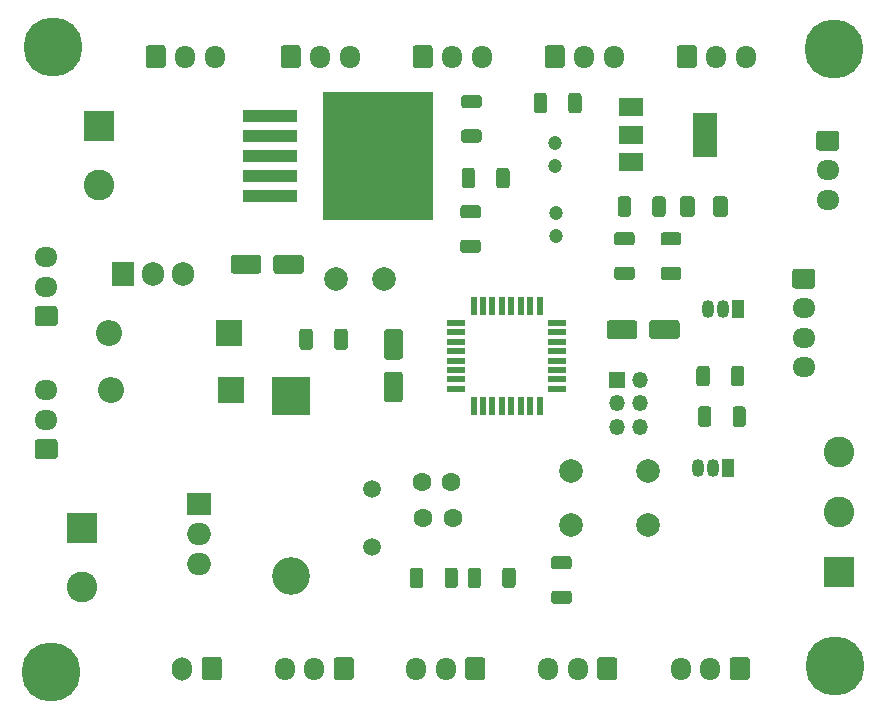
<source format=gbr>
%TF.GenerationSoftware,KiCad,Pcbnew,(5.1.8)-1*%
%TF.CreationDate,2021-09-09T16:11:34+01:00*%
%TF.ProjectId,OSC21,4f534332-312e-46b6-9963-61645f706362,rev?*%
%TF.SameCoordinates,Original*%
%TF.FileFunction,Soldermask,Top*%
%TF.FilePolarity,Negative*%
%FSLAX46Y46*%
G04 Gerber Fmt 4.6, Leading zero omitted, Abs format (unit mm)*
G04 Created by KiCad (PCBNEW (5.1.8)-1) date 2021-09-09 16:11:34*
%MOMM*%
%LPD*%
G01*
G04 APERTURE LIST*
%ADD10O,1.950000X1.700000*%
%ADD11C,2.600000*%
%ADD12R,2.600000X2.600000*%
%ADD13O,1.700000X1.950000*%
%ADD14C,1.600000*%
%ADD15C,1.500000*%
%ADD16R,2.000000X1.500000*%
%ADD17R,2.000000X3.800000*%
%ADD18R,9.400000X10.800000*%
%ADD19R,4.600000X1.100000*%
%ADD20R,0.550000X1.600000*%
%ADD21R,1.600000X0.550000*%
%ADD22C,2.000000*%
%ADD23R,1.050000X1.500000*%
%ADD24O,1.050000X1.500000*%
%ADD25O,2.000000X1.905000*%
%ADD26R,2.000000X1.905000*%
%ADD27O,1.905000X2.000000*%
%ADD28R,1.905000X2.000000*%
%ADD29O,1.700000X2.000000*%
%ADD30O,1.350000X1.350000*%
%ADD31R,1.350000X1.350000*%
%ADD32C,5.000000*%
%ADD33O,3.200000X3.200000*%
%ADD34R,3.200000X3.200000*%
%ADD35O,2.200000X2.200000*%
%ADD36R,2.200000X2.200000*%
%ADD37C,1.200000*%
G04 APERTURE END LIST*
D10*
%TO.C,DIGITAL3*%
X124206000Y-97893500D03*
X124206000Y-100393500D03*
G36*
G01*
X124931000Y-103743500D02*
X123481000Y-103743500D01*
G75*
G02*
X123231000Y-103493500I0J250000D01*
G01*
X123231000Y-102293500D01*
G75*
G02*
X123481000Y-102043500I250000J0D01*
G01*
X124931000Y-102043500D01*
G75*
G02*
X125181000Y-102293500I0J-250000D01*
G01*
X125181000Y-103493500D01*
G75*
G02*
X124931000Y-103743500I-250000J0D01*
G01*
G37*
%TD*%
D11*
%TO.C,PWM2*%
X191325500Y-103124000D03*
X191325500Y-108204000D03*
D12*
X191325500Y-113284000D03*
%TD*%
D13*
%TO.C,PWM1*%
X177943500Y-121475500D03*
X180443500Y-121475500D03*
G36*
G01*
X183793500Y-120750500D02*
X183793500Y-122200500D01*
G75*
G02*
X183543500Y-122450500I-250000J0D01*
G01*
X182343500Y-122450500D01*
G75*
G02*
X182093500Y-122200500I0J250000D01*
G01*
X182093500Y-120750500D01*
G75*
G02*
X182343500Y-120500500I250000J0D01*
G01*
X183543500Y-120500500D01*
G75*
G02*
X183793500Y-120750500I0J-250000D01*
G01*
G37*
%TD*%
D11*
%TO.C,J1*%
X128714500Y-80565000D03*
D12*
X128714500Y-75565000D03*
%TD*%
D13*
%TO.C,DIGITAL2*%
X166704000Y-121475500D03*
X169204000Y-121475500D03*
G36*
G01*
X172554000Y-120750500D02*
X172554000Y-122200500D01*
G75*
G02*
X172304000Y-122450500I-250000J0D01*
G01*
X171104000Y-122450500D01*
G75*
G02*
X170854000Y-122200500I0J250000D01*
G01*
X170854000Y-120750500D01*
G75*
G02*
X171104000Y-120500500I250000J0D01*
G01*
X172304000Y-120500500D01*
G75*
G02*
X172554000Y-120750500I0J-250000D01*
G01*
G37*
%TD*%
D14*
%TO.C,C2*%
X158646500Y-108712000D03*
X156146500Y-108712000D03*
%TD*%
%TO.C,C1*%
X158519500Y-105664000D03*
X156019500Y-105664000D03*
%TD*%
D15*
%TO.C,Y1*%
X151828500Y-111179000D03*
X151828500Y-106299000D03*
%TD*%
D16*
%TO.C,U4*%
X173697500Y-73963500D03*
X173697500Y-78563500D03*
X173697500Y-76263500D03*
D17*
X179997500Y-76263500D03*
%TD*%
D18*
%TO.C,U2*%
X152324500Y-78060500D03*
D19*
X143174500Y-81460500D03*
X143174500Y-79760500D03*
X143174500Y-78060500D03*
X143174500Y-76360500D03*
X143174500Y-74660500D03*
%TD*%
D20*
%TO.C,U1*%
X160395000Y-90746000D03*
X161195000Y-90746000D03*
X161995000Y-90746000D03*
X162795000Y-90746000D03*
X163595000Y-90746000D03*
X164395000Y-90746000D03*
X165195000Y-90746000D03*
X165995000Y-90746000D03*
D21*
X167445000Y-92196000D03*
X167445000Y-92996000D03*
X167445000Y-93796000D03*
X167445000Y-94596000D03*
X167445000Y-95396000D03*
X167445000Y-96196000D03*
X167445000Y-96996000D03*
X167445000Y-97796000D03*
D20*
X165995000Y-99246000D03*
X165195000Y-99246000D03*
X164395000Y-99246000D03*
X163595000Y-99246000D03*
X162795000Y-99246000D03*
X161995000Y-99246000D03*
X161195000Y-99246000D03*
X160395000Y-99246000D03*
D21*
X158945000Y-97796000D03*
X158945000Y-96996000D03*
X158945000Y-96196000D03*
X158945000Y-95396000D03*
X158945000Y-94596000D03*
X158945000Y-93796000D03*
X158945000Y-92996000D03*
X158945000Y-92196000D03*
%TD*%
D22*
%TO.C,SW1*%
X175156000Y-104775000D03*
X175156000Y-109275000D03*
X168656000Y-104775000D03*
X168656000Y-109275000D03*
%TD*%
%TO.C,R12*%
G36*
G01*
X159521998Y-85164500D02*
X160772002Y-85164500D01*
G75*
G02*
X161022000Y-85414498I0J-249998D01*
G01*
X161022000Y-86039502D01*
G75*
G02*
X160772002Y-86289500I-249998J0D01*
G01*
X159521998Y-86289500D01*
G75*
G02*
X159272000Y-86039502I0J249998D01*
G01*
X159272000Y-85414498D01*
G75*
G02*
X159521998Y-85164500I249998J0D01*
G01*
G37*
G36*
G01*
X159521998Y-82239500D02*
X160772002Y-82239500D01*
G75*
G02*
X161022000Y-82489498I0J-249998D01*
G01*
X161022000Y-83114502D01*
G75*
G02*
X160772002Y-83364500I-249998J0D01*
G01*
X159521998Y-83364500D01*
G75*
G02*
X159272000Y-83114502I0J249998D01*
G01*
X159272000Y-82489498D01*
G75*
G02*
X159521998Y-82239500I249998J0D01*
G01*
G37*
%TD*%
%TO.C,R11*%
G36*
G01*
X162317000Y-80571502D02*
X162317000Y-79321498D01*
G75*
G02*
X162566998Y-79071500I249998J0D01*
G01*
X163192002Y-79071500D01*
G75*
G02*
X163442000Y-79321498I0J-249998D01*
G01*
X163442000Y-80571502D01*
G75*
G02*
X163192002Y-80821500I-249998J0D01*
G01*
X162566998Y-80821500D01*
G75*
G02*
X162317000Y-80571502I0J249998D01*
G01*
G37*
G36*
G01*
X159392000Y-80571502D02*
X159392000Y-79321498D01*
G75*
G02*
X159641998Y-79071500I249998J0D01*
G01*
X160267002Y-79071500D01*
G75*
G02*
X160517000Y-79321498I0J-249998D01*
G01*
X160517000Y-80571502D01*
G75*
G02*
X160267002Y-80821500I-249998J0D01*
G01*
X159641998Y-80821500D01*
G75*
G02*
X159392000Y-80571502I0J249998D01*
G01*
G37*
%TD*%
%TO.C,R10*%
G36*
G01*
X177726502Y-85650500D02*
X176476498Y-85650500D01*
G75*
G02*
X176226500Y-85400502I0J249998D01*
G01*
X176226500Y-84775498D01*
G75*
G02*
X176476498Y-84525500I249998J0D01*
G01*
X177726502Y-84525500D01*
G75*
G02*
X177976500Y-84775498I0J-249998D01*
G01*
X177976500Y-85400502D01*
G75*
G02*
X177726502Y-85650500I-249998J0D01*
G01*
G37*
G36*
G01*
X177726502Y-88575500D02*
X176476498Y-88575500D01*
G75*
G02*
X176226500Y-88325502I0J249998D01*
G01*
X176226500Y-87700498D01*
G75*
G02*
X176476498Y-87450500I249998J0D01*
G01*
X177726502Y-87450500D01*
G75*
G02*
X177976500Y-87700498I0J-249998D01*
G01*
X177976500Y-88325502D01*
G75*
G02*
X177726502Y-88575500I-249998J0D01*
G01*
G37*
%TD*%
%TO.C,R9*%
G36*
G01*
X180519500Y-99514498D02*
X180519500Y-100764502D01*
G75*
G02*
X180269502Y-101014500I-249998J0D01*
G01*
X179644498Y-101014500D01*
G75*
G02*
X179394500Y-100764502I0J249998D01*
G01*
X179394500Y-99514498D01*
G75*
G02*
X179644498Y-99264500I249998J0D01*
G01*
X180269502Y-99264500D01*
G75*
G02*
X180519500Y-99514498I0J-249998D01*
G01*
G37*
G36*
G01*
X183444500Y-99514498D02*
X183444500Y-100764502D01*
G75*
G02*
X183194502Y-101014500I-249998J0D01*
G01*
X182569498Y-101014500D01*
G75*
G02*
X182319500Y-100764502I0J249998D01*
G01*
X182319500Y-99514498D01*
G75*
G02*
X182569498Y-99264500I249998J0D01*
G01*
X183194502Y-99264500D01*
G75*
G02*
X183444500Y-99514498I0J-249998D01*
G01*
G37*
%TD*%
%TO.C,R8*%
G36*
G01*
X173789502Y-85650500D02*
X172539498Y-85650500D01*
G75*
G02*
X172289500Y-85400502I0J249998D01*
G01*
X172289500Y-84775498D01*
G75*
G02*
X172539498Y-84525500I249998J0D01*
G01*
X173789502Y-84525500D01*
G75*
G02*
X174039500Y-84775498I0J-249998D01*
G01*
X174039500Y-85400502D01*
G75*
G02*
X173789502Y-85650500I-249998J0D01*
G01*
G37*
G36*
G01*
X173789502Y-88575500D02*
X172539498Y-88575500D01*
G75*
G02*
X172289500Y-88325502I0J249998D01*
G01*
X172289500Y-87700498D01*
G75*
G02*
X172539498Y-87450500I249998J0D01*
G01*
X173789502Y-87450500D01*
G75*
G02*
X174039500Y-87700498I0J-249998D01*
G01*
X174039500Y-88325502D01*
G75*
G02*
X173789502Y-88575500I-249998J0D01*
G01*
G37*
%TD*%
%TO.C,R7*%
G36*
G01*
X173727000Y-81734498D02*
X173727000Y-82984502D01*
G75*
G02*
X173477002Y-83234500I-249998J0D01*
G01*
X172851998Y-83234500D01*
G75*
G02*
X172602000Y-82984502I0J249998D01*
G01*
X172602000Y-81734498D01*
G75*
G02*
X172851998Y-81484500I249998J0D01*
G01*
X173477002Y-81484500D01*
G75*
G02*
X173727000Y-81734498I0J-249998D01*
G01*
G37*
G36*
G01*
X176652000Y-81734498D02*
X176652000Y-82984502D01*
G75*
G02*
X176402002Y-83234500I-249998J0D01*
G01*
X175776998Y-83234500D01*
G75*
G02*
X175527000Y-82984502I0J249998D01*
G01*
X175527000Y-81734498D01*
G75*
G02*
X175776998Y-81484500I249998J0D01*
G01*
X176402002Y-81484500D01*
G75*
G02*
X176652000Y-81734498I0J-249998D01*
G01*
G37*
%TD*%
%TO.C,R6*%
G36*
G01*
X159585498Y-75828000D02*
X160835502Y-75828000D01*
G75*
G02*
X161085500Y-76077998I0J-249998D01*
G01*
X161085500Y-76703002D01*
G75*
G02*
X160835502Y-76953000I-249998J0D01*
G01*
X159585498Y-76953000D01*
G75*
G02*
X159335500Y-76703002I0J249998D01*
G01*
X159335500Y-76077998D01*
G75*
G02*
X159585498Y-75828000I249998J0D01*
G01*
G37*
G36*
G01*
X159585498Y-72903000D02*
X160835502Y-72903000D01*
G75*
G02*
X161085500Y-73152998I0J-249998D01*
G01*
X161085500Y-73778002D01*
G75*
G02*
X160835502Y-74028000I-249998J0D01*
G01*
X159585498Y-74028000D01*
G75*
G02*
X159335500Y-73778002I0J249998D01*
G01*
X159335500Y-73152998D01*
G75*
G02*
X159585498Y-72903000I249998J0D01*
G01*
G37*
%TD*%
%TO.C,R5*%
G36*
G01*
X166613000Y-72971498D02*
X166613000Y-74221502D01*
G75*
G02*
X166363002Y-74471500I-249998J0D01*
G01*
X165737998Y-74471500D01*
G75*
G02*
X165488000Y-74221502I0J249998D01*
G01*
X165488000Y-72971498D01*
G75*
G02*
X165737998Y-72721500I249998J0D01*
G01*
X166363002Y-72721500D01*
G75*
G02*
X166613000Y-72971498I0J-249998D01*
G01*
G37*
G36*
G01*
X169538000Y-72971498D02*
X169538000Y-74221502D01*
G75*
G02*
X169288002Y-74471500I-249998J0D01*
G01*
X168662998Y-74471500D01*
G75*
G02*
X168413000Y-74221502I0J249998D01*
G01*
X168413000Y-72971498D01*
G75*
G02*
X168662998Y-72721500I249998J0D01*
G01*
X169288002Y-72721500D01*
G75*
G02*
X169538000Y-72971498I0J-249998D01*
G01*
G37*
%TD*%
%TO.C,R4*%
G36*
G01*
X162825000Y-114417002D02*
X162825000Y-113166998D01*
G75*
G02*
X163074998Y-112917000I249998J0D01*
G01*
X163700002Y-112917000D01*
G75*
G02*
X163950000Y-113166998I0J-249998D01*
G01*
X163950000Y-114417002D01*
G75*
G02*
X163700002Y-114667000I-249998J0D01*
G01*
X163074998Y-114667000D01*
G75*
G02*
X162825000Y-114417002I0J249998D01*
G01*
G37*
G36*
G01*
X159900000Y-114417002D02*
X159900000Y-113166998D01*
G75*
G02*
X160149998Y-112917000I249998J0D01*
G01*
X160775002Y-112917000D01*
G75*
G02*
X161025000Y-113166998I0J-249998D01*
G01*
X161025000Y-114417002D01*
G75*
G02*
X160775002Y-114667000I-249998J0D01*
G01*
X160149998Y-114667000D01*
G75*
G02*
X159900000Y-114417002I0J249998D01*
G01*
G37*
%TD*%
%TO.C,R3*%
G36*
G01*
X157935500Y-114417002D02*
X157935500Y-113166998D01*
G75*
G02*
X158185498Y-112917000I249998J0D01*
G01*
X158810502Y-112917000D01*
G75*
G02*
X159060500Y-113166998I0J-249998D01*
G01*
X159060500Y-114417002D01*
G75*
G02*
X158810502Y-114667000I-249998J0D01*
G01*
X158185498Y-114667000D01*
G75*
G02*
X157935500Y-114417002I0J249998D01*
G01*
G37*
G36*
G01*
X155010500Y-114417002D02*
X155010500Y-113166998D01*
G75*
G02*
X155260498Y-112917000I249998J0D01*
G01*
X155885502Y-112917000D01*
G75*
G02*
X156135500Y-113166998I0J-249998D01*
G01*
X156135500Y-114417002D01*
G75*
G02*
X155885502Y-114667000I-249998J0D01*
G01*
X155260498Y-114667000D01*
G75*
G02*
X155010500Y-114417002I0J249998D01*
G01*
G37*
%TD*%
%TO.C,R2*%
G36*
G01*
X180392500Y-96085498D02*
X180392500Y-97335502D01*
G75*
G02*
X180142502Y-97585500I-249998J0D01*
G01*
X179517498Y-97585500D01*
G75*
G02*
X179267500Y-97335502I0J249998D01*
G01*
X179267500Y-96085498D01*
G75*
G02*
X179517498Y-95835500I249998J0D01*
G01*
X180142502Y-95835500D01*
G75*
G02*
X180392500Y-96085498I0J-249998D01*
G01*
G37*
G36*
G01*
X183317500Y-96085498D02*
X183317500Y-97335502D01*
G75*
G02*
X183067502Y-97585500I-249998J0D01*
G01*
X182442498Y-97585500D01*
G75*
G02*
X182192500Y-97335502I0J249998D01*
G01*
X182192500Y-96085498D01*
G75*
G02*
X182442498Y-95835500I249998J0D01*
G01*
X183067502Y-95835500D01*
G75*
G02*
X183317500Y-96085498I0J-249998D01*
G01*
G37*
%TD*%
%TO.C,R1*%
G36*
G01*
X168455502Y-113082500D02*
X167205498Y-113082500D01*
G75*
G02*
X166955500Y-112832502I0J249998D01*
G01*
X166955500Y-112207498D01*
G75*
G02*
X167205498Y-111957500I249998J0D01*
G01*
X168455502Y-111957500D01*
G75*
G02*
X168705500Y-112207498I0J-249998D01*
G01*
X168705500Y-112832502D01*
G75*
G02*
X168455502Y-113082500I-249998J0D01*
G01*
G37*
G36*
G01*
X168455502Y-116007500D02*
X167205498Y-116007500D01*
G75*
G02*
X166955500Y-115757502I0J249998D01*
G01*
X166955500Y-115132498D01*
G75*
G02*
X167205498Y-114882500I249998J0D01*
G01*
X168455502Y-114882500D01*
G75*
G02*
X168705500Y-115132498I0J-249998D01*
G01*
X168705500Y-115757502D01*
G75*
G02*
X168455502Y-116007500I-249998J0D01*
G01*
G37*
%TD*%
D23*
%TO.C,Q4*%
X181927500Y-104521000D03*
D24*
X179387500Y-104521000D03*
X180657500Y-104521000D03*
%TD*%
D23*
%TO.C,Q3*%
X182753000Y-90995500D03*
D24*
X180213000Y-90995500D03*
X181483000Y-90995500D03*
%TD*%
D25*
%TO.C,Q2*%
X137160000Y-112649000D03*
X137160000Y-110109000D03*
D26*
X137160000Y-107569000D03*
%TD*%
D27*
%TO.C,Q1*%
X135826500Y-88074500D03*
X133286500Y-88074500D03*
D28*
X130746500Y-88074500D03*
%TD*%
D22*
%TO.C,L1*%
X152780500Y-88519000D03*
X148780500Y-88519000D03*
%TD*%
D13*
%TO.C,ANALOG4*%
X149907000Y-69659500D03*
X147407000Y-69659500D03*
G36*
G01*
X144057000Y-70384500D02*
X144057000Y-68934500D01*
G75*
G02*
X144307000Y-68684500I250000J0D01*
G01*
X145507000Y-68684500D01*
G75*
G02*
X145757000Y-68934500I0J-250000D01*
G01*
X145757000Y-70384500D01*
G75*
G02*
X145507000Y-70634500I-250000J0D01*
G01*
X144307000Y-70634500D01*
G75*
G02*
X144057000Y-70384500I0J250000D01*
G01*
G37*
%TD*%
%TO.C,ANALOG3*%
X161083000Y-69659500D03*
X158583000Y-69659500D03*
G36*
G01*
X155233000Y-70384500D02*
X155233000Y-68934500D01*
G75*
G02*
X155483000Y-68684500I250000J0D01*
G01*
X156683000Y-68684500D01*
G75*
G02*
X156933000Y-68934500I0J-250000D01*
G01*
X156933000Y-70384500D01*
G75*
G02*
X156683000Y-70634500I-250000J0D01*
G01*
X155483000Y-70634500D01*
G75*
G02*
X155233000Y-70384500I0J250000D01*
G01*
G37*
%TD*%
%TO.C,DIGITAL4*%
X155528000Y-121475500D03*
X158028000Y-121475500D03*
G36*
G01*
X161378000Y-120750500D02*
X161378000Y-122200500D01*
G75*
G02*
X161128000Y-122450500I-250000J0D01*
G01*
X159928000Y-122450500D01*
G75*
G02*
X159678000Y-122200500I0J250000D01*
G01*
X159678000Y-120750500D01*
G75*
G02*
X159928000Y-120500500I250000J0D01*
G01*
X161128000Y-120500500D01*
G75*
G02*
X161378000Y-120750500I0J-250000D01*
G01*
G37*
%TD*%
%TO.C,DIGITAL1*%
X138477000Y-69659500D03*
X135977000Y-69659500D03*
G36*
G01*
X132627000Y-70384500D02*
X132627000Y-68934500D01*
G75*
G02*
X132877000Y-68684500I250000J0D01*
G01*
X134077000Y-68684500D01*
G75*
G02*
X134327000Y-68934500I0J-250000D01*
G01*
X134327000Y-70384500D01*
G75*
G02*
X134077000Y-70634500I-250000J0D01*
G01*
X132877000Y-70634500D01*
G75*
G02*
X132627000Y-70384500I0J250000D01*
G01*
G37*
%TD*%
%TO.C,ANALOG2*%
X183451500Y-69659500D03*
X180951500Y-69659500D03*
G36*
G01*
X177601500Y-70384500D02*
X177601500Y-68934500D01*
G75*
G02*
X177851500Y-68684500I250000J0D01*
G01*
X179051500Y-68684500D01*
G75*
G02*
X179301500Y-68934500I0J-250000D01*
G01*
X179301500Y-70384500D01*
G75*
G02*
X179051500Y-70634500I-250000J0D01*
G01*
X177851500Y-70634500D01*
G75*
G02*
X177601500Y-70384500I0J250000D01*
G01*
G37*
%TD*%
%TO.C,ANALOG1*%
X172259000Y-69659500D03*
X169759000Y-69659500D03*
G36*
G01*
X166409000Y-70384500D02*
X166409000Y-68934500D01*
G75*
G02*
X166659000Y-68684500I250000J0D01*
G01*
X167859000Y-68684500D01*
G75*
G02*
X168109000Y-68934500I0J-250000D01*
G01*
X168109000Y-70384500D01*
G75*
G02*
X167859000Y-70634500I-250000J0D01*
G01*
X166659000Y-70634500D01*
G75*
G02*
X166409000Y-70384500I0J250000D01*
G01*
G37*
%TD*%
%TO.C,PWM4*%
X144415500Y-121475500D03*
X146915500Y-121475500D03*
G36*
G01*
X150265500Y-120750500D02*
X150265500Y-122200500D01*
G75*
G02*
X150015500Y-122450500I-250000J0D01*
G01*
X148815500Y-122450500D01*
G75*
G02*
X148565500Y-122200500I0J250000D01*
G01*
X148565500Y-120750500D01*
G75*
G02*
X148815500Y-120500500I250000J0D01*
G01*
X150015500Y-120500500D01*
G75*
G02*
X150265500Y-120750500I0J-250000D01*
G01*
G37*
%TD*%
D10*
%TO.C,PWM3*%
X124206000Y-86630500D03*
X124206000Y-89130500D03*
G36*
G01*
X124931000Y-92480500D02*
X123481000Y-92480500D01*
G75*
G02*
X123231000Y-92230500I0J250000D01*
G01*
X123231000Y-91030500D01*
G75*
G02*
X123481000Y-90780500I250000J0D01*
G01*
X124931000Y-90780500D01*
G75*
G02*
X125181000Y-91030500I0J-250000D01*
G01*
X125181000Y-92230500D01*
G75*
G02*
X124931000Y-92480500I-250000J0D01*
G01*
G37*
%TD*%
D29*
%TO.C,UART1*%
X135739500Y-121475500D03*
G36*
G01*
X139089500Y-120725500D02*
X139089500Y-122225500D01*
G75*
G02*
X138839500Y-122475500I-250000J0D01*
G01*
X137639500Y-122475500D01*
G75*
G02*
X137389500Y-122225500I0J250000D01*
G01*
X137389500Y-120725500D01*
G75*
G02*
X137639500Y-120475500I250000J0D01*
G01*
X138839500Y-120475500D01*
G75*
G02*
X139089500Y-120725500I0J-250000D01*
G01*
G37*
%TD*%
D11*
%TO.C,solenoid1*%
X127254000Y-114537500D03*
D12*
X127254000Y-109537500D03*
%TD*%
D10*
%TO.C,Sharp1*%
X190373000Y-81771500D03*
X190373000Y-79271500D03*
G36*
G01*
X189648000Y-75921500D02*
X191098000Y-75921500D01*
G75*
G02*
X191348000Y-76171500I0J-250000D01*
G01*
X191348000Y-77371500D01*
G75*
G02*
X191098000Y-77621500I-250000J0D01*
G01*
X189648000Y-77621500D01*
G75*
G02*
X189398000Y-77371500I0J250000D01*
G01*
X189398000Y-76171500D01*
G75*
G02*
X189648000Y-75921500I250000J0D01*
G01*
G37*
%TD*%
%TO.C,UART_to_raspberry1*%
X188341000Y-95955500D03*
X188341000Y-93455500D03*
X188341000Y-90955500D03*
G36*
G01*
X187616000Y-87605500D02*
X189066000Y-87605500D01*
G75*
G02*
X189316000Y-87855500I0J-250000D01*
G01*
X189316000Y-89055500D01*
G75*
G02*
X189066000Y-89305500I-250000J0D01*
G01*
X187616000Y-89305500D01*
G75*
G02*
X187366000Y-89055500I0J250000D01*
G01*
X187366000Y-87855500D01*
G75*
G02*
X187616000Y-87605500I250000J0D01*
G01*
G37*
%TD*%
D30*
%TO.C,J2*%
X174529500Y-101028000D03*
X172529500Y-101028000D03*
X174529500Y-99028000D03*
X172529500Y-99028000D03*
X174529500Y-97028000D03*
D31*
X172529500Y-97028000D03*
%TD*%
D32*
%TO.C,H4*%
X124587000Y-121793000D03*
%TD*%
%TO.C,H3*%
X191008000Y-121285000D03*
%TD*%
%TO.C,H2*%
X190944500Y-69024500D03*
%TD*%
%TO.C,H1*%
X124777500Y-68834000D03*
%TD*%
D33*
%TO.C,D5*%
X144970500Y-113601500D03*
D34*
X144970500Y-98361500D03*
%TD*%
D35*
%TO.C,D4*%
X129667000Y-97917000D03*
D36*
X139827000Y-97917000D03*
%TD*%
D35*
%TO.C,D2*%
X129540000Y-93091000D03*
D36*
X139700000Y-93091000D03*
%TD*%
%TO.C,D1*%
G36*
G01*
X179120500Y-81734500D02*
X179120500Y-82984500D01*
G75*
G02*
X178870500Y-83234500I-250000J0D01*
G01*
X178120500Y-83234500D01*
G75*
G02*
X177870500Y-82984500I0J250000D01*
G01*
X177870500Y-81734500D01*
G75*
G02*
X178120500Y-81484500I250000J0D01*
G01*
X178870500Y-81484500D01*
G75*
G02*
X179120500Y-81734500I0J-250000D01*
G01*
G37*
G36*
G01*
X181920500Y-81734500D02*
X181920500Y-82984500D01*
G75*
G02*
X181670500Y-83234500I-250000J0D01*
G01*
X180920500Y-83234500D01*
G75*
G02*
X180670500Y-82984500I0J250000D01*
G01*
X180670500Y-81734500D01*
G75*
G02*
X180920500Y-81484500I250000J0D01*
G01*
X181670500Y-81484500D01*
G75*
G02*
X181920500Y-81734500I0J-250000D01*
G01*
G37*
%TD*%
%TO.C,C10*%
G36*
G01*
X174252000Y-92223500D02*
X174252000Y-93323500D01*
G75*
G02*
X174002000Y-93573500I-250000J0D01*
G01*
X171902000Y-93573500D01*
G75*
G02*
X171652000Y-93323500I0J250000D01*
G01*
X171652000Y-92223500D01*
G75*
G02*
X171902000Y-91973500I250000J0D01*
G01*
X174002000Y-91973500D01*
G75*
G02*
X174252000Y-92223500I0J-250000D01*
G01*
G37*
G36*
G01*
X177852000Y-92223500D02*
X177852000Y-93323500D01*
G75*
G02*
X177602000Y-93573500I-250000J0D01*
G01*
X175502000Y-93573500D01*
G75*
G02*
X175252000Y-93323500I0J250000D01*
G01*
X175252000Y-92223500D01*
G75*
G02*
X175502000Y-91973500I250000J0D01*
G01*
X177602000Y-91973500D01*
G75*
G02*
X177852000Y-92223500I0J-250000D01*
G01*
G37*
%TD*%
D37*
%TO.C,C9*%
X167386000Y-84867500D03*
X167386000Y-82867500D03*
%TD*%
%TO.C,C6*%
X167322500Y-78962000D03*
X167322500Y-76962000D03*
%TD*%
%TO.C,C5*%
G36*
G01*
X153056500Y-96321500D02*
X154156500Y-96321500D01*
G75*
G02*
X154406500Y-96571500I0J-250000D01*
G01*
X154406500Y-98671500D01*
G75*
G02*
X154156500Y-98921500I-250000J0D01*
G01*
X153056500Y-98921500D01*
G75*
G02*
X152806500Y-98671500I0J250000D01*
G01*
X152806500Y-96571500D01*
G75*
G02*
X153056500Y-96321500I250000J0D01*
G01*
G37*
G36*
G01*
X153056500Y-92721500D02*
X154156500Y-92721500D01*
G75*
G02*
X154406500Y-92971500I0J-250000D01*
G01*
X154406500Y-95071500D01*
G75*
G02*
X154156500Y-95321500I-250000J0D01*
G01*
X153056500Y-95321500D01*
G75*
G02*
X152806500Y-95071500I0J250000D01*
G01*
X152806500Y-92971500D01*
G75*
G02*
X153056500Y-92721500I250000J0D01*
G01*
G37*
%TD*%
%TO.C,C4*%
G36*
G01*
X143438500Y-87799000D02*
X143438500Y-86699000D01*
G75*
G02*
X143688500Y-86449000I250000J0D01*
G01*
X145788500Y-86449000D01*
G75*
G02*
X146038500Y-86699000I0J-250000D01*
G01*
X146038500Y-87799000D01*
G75*
G02*
X145788500Y-88049000I-250000J0D01*
G01*
X143688500Y-88049000D01*
G75*
G02*
X143438500Y-87799000I0J250000D01*
G01*
G37*
G36*
G01*
X139838500Y-87799000D02*
X139838500Y-86699000D01*
G75*
G02*
X140088500Y-86449000I250000J0D01*
G01*
X142188500Y-86449000D01*
G75*
G02*
X142438500Y-86699000I0J-250000D01*
G01*
X142438500Y-87799000D01*
G75*
G02*
X142188500Y-88049000I-250000J0D01*
G01*
X140088500Y-88049000D01*
G75*
G02*
X139838500Y-87799000I0J250000D01*
G01*
G37*
%TD*%
%TO.C,C3*%
G36*
G01*
X148601000Y-94249001D02*
X148601000Y-92948999D01*
G75*
G02*
X148850999Y-92699000I249999J0D01*
G01*
X149501001Y-92699000D01*
G75*
G02*
X149751000Y-92948999I0J-249999D01*
G01*
X149751000Y-94249001D01*
G75*
G02*
X149501001Y-94499000I-249999J0D01*
G01*
X148850999Y-94499000D01*
G75*
G02*
X148601000Y-94249001I0J249999D01*
G01*
G37*
G36*
G01*
X145651000Y-94249001D02*
X145651000Y-92948999D01*
G75*
G02*
X145900999Y-92699000I249999J0D01*
G01*
X146551001Y-92699000D01*
G75*
G02*
X146801000Y-92948999I0J-249999D01*
G01*
X146801000Y-94249001D01*
G75*
G02*
X146551001Y-94499000I-249999J0D01*
G01*
X145900999Y-94499000D01*
G75*
G02*
X145651000Y-94249001I0J249999D01*
G01*
G37*
%TD*%
M02*

</source>
